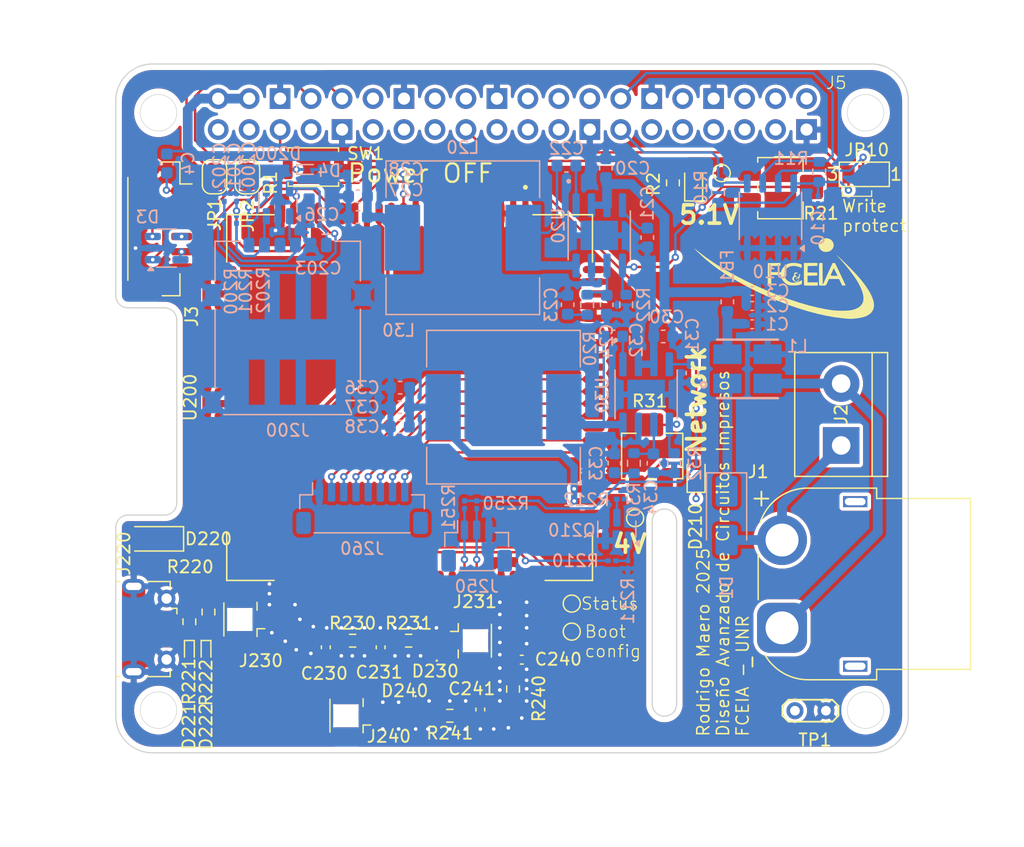
<source format=kicad_pcb>
(kicad_pcb (version 20241229) (generator "pcbnew") (generator_version "9.0")
  (layers (0 "F.Cu" signal) (2 "B.Cu" signal) (13 "F.Paste" user) (15 "B.Paste" user) (5 "F.SilkS" user "F.Silkscreen") (7 "B.SilkS" user "B.Silkscreen") (1 "F.Mask" user) (3 "B.Mask" user) (25 "Edge.Cuts" user))
  (net 0 "")
  (net 1 "GND")
  (net 2 "VCC_BATT")
  (net 3 "+5V")
  (net 4 "Net-(D1-A)")
  (net 5 "USIM_DATA")
  (net 6 "USIM_CLK")
  (net 7 "USIM_RST")
  (net 8 "USIM_VCC")
  (net 9 "Net-(U20-SS)")
  (net 10 "GPIO 3")
  (net 11 "UART0 RX")
  (net 12 "GPIO 13")
  (net 13 "UART0 TX")
  (net 14 "Net-(U20-BST)")
  (net 15 "Net-(U20-SW)")
  (net 16 "Net-(C23-Pad1)")
  (net 17 "Net-(U20-COMP)")
  (net 18 "Net-(C231-Pad1)")
  (net 19 "+5VP")
  (net 20 "Net-(C241-Pad1)")
  (net 21 "Net-(J200-RST)")
  (net 22 "Net-(J200-CLK)")
  (net 23 "GPIO 7")
  (net 24 "GPIO 10")
  (net 25 "GPIO 5")
  (net 26 "GPIO 6")
  (net 27 "GPIO 18")
  (net 28 "GPIO 16")
  (net 29 "GPIO 24")
  (net 30 "GPIO 8")
  (net 31 "GPIO 4")
  (net 32 "GPIO 9")
  (net 33 "GPIO 12")
  (net 34 "GPIO 11")
  (net 35 "GPIO 22")
  (net 36 "GPIO 19")
  (net 37 "GPIO 23")
  (net 38 "GPIO 27")
  (net 39 "Net-(J200-I{slash}O)")
  (net 40 "GPIO 25")
  (net 41 "GPIO 21")
  (net 42 "GPIO 20")
  (net 43 "GPIO 26")
  (net 44 "GPIO 17")
  (net 45 "GPIO 2")
  (net 46 "AUX_ANT")
  (net 47 "MAIN_ANT")
  (net 48 "Net-(U30-SS)")
  (net 49 "Net-(U30-SW)")
  (net 50 "Net-(U30-BST)")
  (net 51 "Net-(U30-COMP)")
  (net 52 "+4V")
  (net 53 "Net-(U30-FB)")
  (net 54 "TX_PX")
  (net 55 "RX_PX")
  (net 56 "I2C_SCL")
  (net 57 "Net-(D210-K)")
  (net 58 "VBUS")
  (net 59 "USB_D+")
  (net 60 "Net-(C1-Pad1)")
  (net 61 "Net-(D230-A2)")
  (net 62 "Net-(D240-A2)")
  (net 64 "Net-(J220-VBUS)")
  (net 66 "GSM_UART_RTS")
  (net 67 "GSM_UART_DTR")
  (net 68 "GSM_UART_DCD")
  (net 69 "I2C_SDA")
  (net 70 "GSM_UART_RI")
  (net 71 "+3V3")
  (net 72 "+1V8")
  (net 73 "NET_LED")
  (net 74 "EEPROM_SDA")
  (net 75 "EEPROM_SCL")
  (net 76 "GSM_UART_CTS")
  (net 77 "GSM_UART_TX")
  (net 78 "GSM_UART_RX")
  (net 79 "Net-(JP10-C)")
  (net 80 "Net-(U20-FB)")
  (net 81 "Net-(Q210-B)")
  (net 82 "Net-(U200-BOOT_CFG0)")
  (net 83 "Net-(U200-STATUS)")
  (net 106 "GNSS_ANT")
  (net 125 "PX_I2C_SCL")
  (net 126 "PX_I2C_DA")
  (net 127 "Net-(C33-Pad1)")
  (net 128 "Net-(D2-K)")
  (net 129 "Net-(Q210-C)")
  (net 130 "Net-(D1-K)")
  (net 131 "Net-(D4-K)")
  (net 132 "Net-(J1-Pin_1)")
  (net 133 "USB_D-")
  (net 134 "Net-(D221-K)")
  (net 135 "Net-(D222-K)")
  (footprint "LED_SMD:LED_0603_1608Metric" (layer "F.Cu") (at 169.9 102 90)
    (property "Reference" "D2" (hide yes))
    (property "Value" "LED")
  )
  (footprint "Jumper:SolderJumper-2_P1.3mm_Bridged_RoundedPad1.0x1.5mm" (layer "F.Cu") (at 133.3 101.5 -90)
    (property "Reference" "JP2")
    (property "Value" "Jumper_2_Bridged")
  )
  (footprint "Resistor_SMD:R_0201_0603Metric" (layer "F.Cu") (at 125.8 133.5)
    (property "Reference" "R220")
    (property "Value" "0R")
  )
  (footprint "Resistor_SMD:R_0603_1608Metric" (layer "F.Cu") (at 128.532485 138 90)
    (property "Reference" "R221")
    (property "Value" "22R")
  )
  (footprint "Diode_SMD:D_0402_1005Metric" (layer "F.Cu") (at 147.0962 145.2 -90)
    (property "Reference" "D240")
    (property "Value" "SMAJ8.5CA")
  )
  (footprint "Capacitor_SMD:C_0402_1005Metric_Pad0.74x0.62mm_HandSolder" (layer "F.Cu") (at 139.724638 140.1 -90)
    (property "Reference" "C230")
    (property "Value" "C")
  )
  (footprint "LOGO" (layer "F.Cu") (at 177.2 110.1)
    (property "Reference" "G***" (hide yes))
    (property "Value" "LOGO" (hide yes))
  )
  (footprint "TestPoint:TestPoint_Pad_D1.0mm" (layer "F.Cu") (at 172.2 101.2)
    (property "Reference" "TP20" (hide yes))
    (property "Value" "TestPoint")
  )
  (footprint "Jumper:SolderJumper-2_P1.3mm_Bridged_RoundedPad1.0x1.5mm" (layer "F.Cu") (at 130.6 101.5 -90)
    (property "Reference" "JP1")
    (property "Value" "Jumper_2_Bridged")
  )
  (footprint "Resistor_SMD:R_0603_1608Metric" (layer "F.Cu") (at 130.1 137.2 90)
    (property "Reference" "R222")
    (property "Value" "22R")
  )
  (footprint "Diode_SMD:D_SOD-923" (layer "F.Cu") (at 129.9 140.4 -90)
    (property "Reference" "D222")
    (property "Value" "ESD9L5.0ST5G")
  )
  (footprint "Connector_USB:USB_Micro-B_Molex-105017-0001" (layer "F.Cu") (at 125.2 138.6 -90)
    (property "Reference" "J220")
    (property "Value" "USB_B_Micro")
  )
  (footprint "TestPoint:TestPoint_Pad_D1.0mm" (layer "F.Cu") (at 165.1 129.5)
    (property "Reference" "TP30" (hide yes))
    (property "Value" "TestPoint")
  )
  (footprint "Resistor_SMD:R_0603_1608Metric_Pad0.98x0.95mm_HandSolder" (layer "F.Cu") (at 141.924638 139.556433)
    (property "Reference" "R230")
    (property "Value" "0 R")
  )
  (footprint "Connector_Coaxial:U.FL_Hirose_U.FL-R-SMT-1_Vertical" (layer "F.Cu") (at 141.9 145.7125 180)
    (property "Reference" "J240")
    (property "Value" "Conn_Coaxial")
  )
  (footprint "TestPoint:TestPoint_2Pads_Pitch2.54mm_Drill0.8mm" (layer "F.Cu") (at 180.75 145.3 180)
    (property "Reference" "TP1")
    (property "Value" "TestPoint")
  )
  (footprint "Connector_JST:JST_GH_SM06B-GHS-TB_1x06-1MP_P1.25mm_Horizontal" (layer "F.Cu") (at 126.05 105.775 -90)
    (property "Reference" "J3")
    (property "Value" "J1_PX_Socket" (hide yes))
  )
  (footprint "Connector_Coaxial:U.FL_Hirose_U.FL-R-SMT-1_Vertical" (layer "F.Cu") (at 133.2 137.8125 180)
    (property "Reference" "J230")
    (property "Value" "Conn_Coaxial")
  )
  (footprint "Resistor_SMD:R_0603_1608Metric" (layer "F.Cu") (at 168.2 102 90)
    (property "Reference" "R2")
    (property "Value" "270R")
  )
  (footprint "Button_Switch_SMD:SW_Push_SPST_NO_Alps_SKRK" (layer "F.Cu") (at 138.7 100.7)
    (property "Reference" "SW1")
    (property "Value" "SW_Push")
  )
  (footprint "Capacitor_SMD:C_0402_1005Metric_Pad0.74x0.62mm_HandSolder" (layer "F.Cu") (at 152.4 145.2 90)
    (property "Reference" "C241")
    (property "Value" "C")
  )
  (footprint "Diode_SMD:D_SOD-923" (layer "F.Cu") (at 128.532485 140.4 -90)
    (property "Reference" "D221")
    (property "Value" "ESD9L5.0ST5G")
  )
  (footprint "Resistor_SMD:R_0201_0603Metric" (layer "F.Cu") (at 135.2 100.4 -90)
    (property "Reference" "R1")
    (property "Value" "270R")
  )
  (footprint "TestPoint:TestPoint_Pad_D1.0mm" (layer "F.Cu") (at 159.9 138.8125)
    (property "Reference" "TP200" (hide yes))
    (property "Value" "TestPoint")
  )
  (footprint "SIM7600:XCVR_SIM7600E" (layer "F.Cu") (at 146.6 119.6125 -90)
    (property "Reference" "U200")
    (property "Value" "SIM7600E")
  )
  (footprint "TestPoint:TestPoint_Pad_D1.0mm" (layer "F.Cu") (at 159.9 136.5125)
    (property "Reference" "TP201" (hide yes))
    (property "Value" "TestPoint")
  )
  (footprint "LED_SMD:LED_0603_1608Metric" (layer "F.Cu") (at 170.1 125.9 90)
    (property "Reference" "D210")
    (property "Value" "LED")
  )
  (footprint "HAT template:RPI_Hat_B+" (layer "F.Cu") (at 155 96.25)
    (property "Reference" "J5")
    (property "Value" "RPi_GPIO")
    (fp_line (start -32.5 -1) (end -32.5 15) (stroke (width 0.1)) (layer "Edge.Cuts"))
    (fp_line (start -32.5 34) (end -32.5 49.5) (stroke (width 0.1)) (layer "Edge.Cuts"))
    (fp_line (start -31.5 16) (end -28.5 16) (stroke (width 0.1)) (layer "Edge.Cuts"))
    (fp_line (start -31.5 33) (end -28.5 33) (stroke (width 0.1)) (layer "Edge.Cuts"))
    (fp_line (start -29.5 -4) (end 29.5 -4) (stroke (width 0.1)) (layer "Edge.Cuts"))
    (fp_line (start -29.5 52.5) (end 29.5 52.5) (stroke (width 0.1)) (layer "Edge.Cuts"))
    (fp_line (start -27.5 17) (end -27.5 32) (stroke (width 0.1)) (layer "Edge.Cuts"))
    (fp_line (start 11.5 33.5) (end 11.5 48.5) (stroke (width 0.1)) (layer "Edge.Cuts"))
    (fp_line (start 13.5 33.5) (end 13.5 48.5) (stroke (width 0.1)) (layer "Edge.Cuts"))
    (fp_line (start 32.5 -1) (end 32.5 49.5) (stroke (width 0.1)) (layer "Edge.Cuts"))
    (fp_arc (start -32.5 -1) (mid -31.62132 -3.12132) (end -29.5 -4) (stroke (width 0.1)) (layer "Edge.Cuts"))
    (fp_arc (start -32.5 34) (mid -32.207107 33.292893) (end -31.5 33) (stroke (width 0.1)) (layer "Edge.Cuts"))
    (fp_arc (start -31.5 16) (mid -32.207107 15.707107) (end -32.5 15) (stroke (width 0.1)) (layer "Edge.Cuts"))
    (fp_arc (start -29.5 52.5) (mid -31.62132 51.62132) (end -32.5 49.5) (stroke (width 0.1)) (layer "Edge.Cuts"))
    (fp_arc (start -28.5 16) (mid -27.792893 16.292893) (end -27.5 17) (stroke (width 0.1)) (layer "Edge.Cuts"))
    (fp_arc (start -27.5 32) (mid -27.792893 32.707107) (end -28.5 33) (stroke (width 0.1)) (layer "Edge.Cuts"))
    (fp_arc (start 11.5 33.5) (mid 12.5 32.5) (end 13.5 33.5) (stroke (width 0.1)) (layer "Edge.Cuts"))
    (fp_arc (start 13.5 48.5) (mid 12.5 49.5) (end 11.5 48.5) (stroke (width 0.1)) (layer "Edge.Cuts"))
    (fp_arc (start 29.5 -4) (mid 31.62132 -3.12132) (end 32.5 -1) (stroke (width 0.1)) (layer "Edge.Cuts"))
    (fp_arc (start 32.5 49.5) (mid 31.62132 51.62132) (end 29.5 52.5) (stroke (width 0.1)) (layer "Edge.Cuts"))
    (fp_circle (center -29 0) (end -30.500001 -0.000001) (stroke (width 0.05)) (fill no) (layer "Edge.Cuts"))
    (fp_circle (center -29 49) (end -30.500001 49.000001) (stroke (width 0.05)) (fill no) (layer "Edge.Cuts"))
    (fp_circle (center 29 0) (end 30.500001 -0.000001) (stroke (width 0.05)) (fill no) (layer "Edge.Cuts"))
    (fp_circle (center 29 49) (end 30.500001 49.000001) (stroke (width 0.05)) (fill no) (layer "Edge.Cuts"))
  )
  (footprint "Potentiometer_SMD:Potentiometer_Bourns_3214X_Vertical" (layer "F.Cu") (at 177.015427 102.335603 90)
    (property "Reference" "R21")
    (property "Value" "200k")
  )
  (footprint "Resistor_SMD:R_0603_1608Metric_Pad0.98x0.95mm_HandSolder" (layer "F.Cu") (at 149.9 145.7125 180)
    (property "Reference" "R241")
    (property "Value" "0 R")
  )
  (footprint "Connector_AMASS:AMASS_XT60PW-F_1x02_P7.20mm_Horizontal" (layer "F.Cu") (at 177.15 138.5 -90)
    (property "Reference" "J1")
    (property "Value" "Conn_01x02_Socket" (hide yes))
  )
  (footprint "Diode_SMD:D_SOD-123" (layer "F.Cu") (at 125.7 131.2 180)
    (property "Reference" "D220")
    (property "Value" "MMSZ5231BT1G")
  )
  (footprint "Resistor_SMD:R_0603_1608Metric_Pad0.98x0.95mm_HandSolder" (layer "F.Cu") (at 155.08634 143.5235 -90)
    (property "Reference" "R240")
    (property "Value" "0 R")
  )
  (footprint "Resistor_SMD:R_0603_1608Metric_Pad0.98x0.95mm_HandSolder" (layer "F.Cu") (at 146.524638 139.556433)
    (property "Reference" "R231")
    (property "Value" "0 R")
  )
  (footprint "Jumper:SolderJumper-3_P1.3mm_Open_Pad1.0x1.5mm_NumberLabels" (layer "F.Cu") (at 183.9 101.3 180)
    (property "Reference" "JP10")
    (property "Value" "SolderJumper_3_Open")
  )
  (footprint "Capacitor_SMD:C_0402_1005Metric_Pad0.74x0.62mm_HandSolder" (layer "F.Cu") (at 155.8 141.1125)
    (property "Reference" "C240")
    (property "Value" "C")
  )
  (footprint "Diode_SMD:D_0402_1005Metric" (layer "F.Cu") (at 148.824638 140.1 90)
    (property "Reference" "D230")
    (property "Value" "SMAJ8.5CA")
  )
  (footprint "Capacitor_SMD:C_0402_1005Metric_Pad0.74x0.62mm_HandSolder" (layer "F.Cu") (at 144.224638 140.1 -90)
    (property "Reference" "C231")
    (property "Value" "C")
  )
  (footprint "Connector_Coaxial:U.FL_Hirose_U.FL-R-SMT-1_Vertical" (layer "F.Cu") (at 151.474638 139.556433)
    (property "Reference" "J231")
    (property "Value" "Conn_Coaxial")
  )
  (footprint "Potentiometer_SMD:Potentiometer_Bourns_3214X_Vertical" (layer "F.Cu") (at 166.4 124.4 180)
    (property "Reference" "R31")
    (property "Value" "200k")
  )
  (footprint "TerminalBlock:TerminalBlock_bornier-2_P5.08mm" (layer "F.Cu") (at 182 123.54 90)
    (property "Reference" "J2")
    (property "Value" "Screw_Terminal_01x02" (hide yes))
  )
  (footprint "Resistor_SMD:R_0201_0603Metric" (layer "B.Cu") (at 132.4 105 -90)
    (property "Reference" "R201")
    (property "Value" "22R")
  )
  (footprint "regulador BUCK:SOIC127P600X170-9N" (layer "B.Cu") (at 166 119.355 -90)
    (property "Reference" "U30")
    (property "Value" "AP64501SP-13")
  )
  (footprint "Capacitor_SMD:C_0402_1005Metric" (layer "B.Cu") (at 174.7 110.870329)
    (property "Reference" "C3")
    (property "Value" "100 uF 16V")
  )
  (footprint "Capacitor_SMD:C_0603_1608Metric" (layer "B.Cu") (at 169.8 117.6 -90)
    (property "Reference" "C31")
    (property "Value" "10 nF")
  )
  (footprint "Capacitor_SMD:C_0603_1608Metric" (layer "B.Cu") (at 166.1 106.485 -90)
    (property "Reference" "C21")
    (property "Value" "10 nF")
  )
  (footprint "Capacitor_SMD:C_0603_1608Metric" (layer "B.Cu") (at 145.825 118.8 180)
    (property "Reference" "C36")
    (property "Value" "22 uF")
  )
  (footprint "Resistor_SMD:R_0603_1608Metric" (layer "B.Cu") (at 168.3 125 -90)
    (property "Reference" "R32")
    (property "Value" "22.1 k")
  )
  (footprint "Package_TO_SOT_SMD:SOT-23" (layer "B.Cu") (at 163.6 130.4 90)
    (property "Reference" "Q210")
    (property "Value" "Q_NPN")
  )
  (footprint "Inductor_SMD:L_12x12mm_H8mm" (layer "B.Cu") (at 150.965 106.5 180)
    (property "Reference" "L20")
    (property "Value" "3.6uH")
  )
  (footprint "Capacitor_SMD:C_0603_1608Metric" (layer "B.Cu") (at 145.8 120.4 180)
    (property "Reference" "C37")
    (property "Value" "22 uF")
  )
  (footprint "Package_TO_SOT_SMD:SOT-23-5" (layer "B.Cu") (at 135.8 103.6 90)
    (property "Reference" "D200")
    (property "Value" "ESDS304")
  )
  (footprint "Capacitor_SMD:C_0603_1608Metric" (layer "B.Cu") (at 159.465 100.6 180)
    (property "Reference" "C22")
    (property "Value" "100nF")
  )
  (footprint "Capacitor_SMD:C_0603_1608Metric" (layer "B.Cu") (at 163.4 125 90)
    (property "Reference" "C33")
    (property "Value" "2.7 nF")
  )
  (footprint "Resistor_SMD:R_0201_0603Metric" (layer "B.Cu") (at 163.9 127.937073 180)
    (property "Reference" "R212")
    (property "Value" "300R")
  )
  (footprint "Resistor_SMD:R_0603_1608Metric" (layer "B.Cu") (at 161.165 112 -90)
    (property "Reference" "R20")
    (property "Value" "15.8 k")
  )
  (footprint "Resistor_SMD:R_0201_0603Metric" (layer "B.Cu") (at 151.1 128.4 -90)
    (property "Reference" "R251")
    (property "Value" "2.2 k")
  )
  (footprint "Capacitor_SMD:C_0402_1005Metric" (layer "B.Cu") (at 174.7 112.1)
    (property "Reference" "C2")
    (property "Value" "100 nF")
  )
  (footprint "regulador BUCK:SOIC127P600X170-9N" (layer "B.Cu") (at 162.155 106.31 -90)
    (property "Reference" "U20")
    (property "Value" "AP64501SP-13" (hide yes))
  )
  (footprint "Capacitor_SMD:C_0402_1005Metric" (layer "B.Cu") (at 174.7 113.6)
    (property "Reference" "C1")
    (property "Value" "100 nF")
  )
  (footprint "Package_TO_SOT_SMD:SOT-23-5" (layer "B.Cu") (at 126.666293 107.350279)
    (property "Reference" "D3")
    (property "Value" "ESDS304")
  )
  (footprint "Capacitor_SMD:C_0603_1608Metric" (layer "B.Cu") (at 142.365 103.1 180)
    (property "Reference" "C27")
    (property "Value" "22 uF")
  )
  (footprint "Resistor_SMD:R_0201_0603Metric" (layer "B.Cu") (at 163.2 133)
    (property "Reference" "R210")
    (property "Value" "10 k")
  )
  (footprint "Connector_JST:JST_SH_BM08B-SRSS-TB_1x08-1MP_P1.00mm_Vertical" (layer "B.Cu") (at 142.7 128.7)
    (property "Reference" "J260")
    (property "Value" "Conn_01x08_Socket")
  )
  (footprint "Capacitor_SMD:C_0603_1608Metric" (layer "B.Cu") (at 163.3 114.6 180)
    (property "Reference" "C32")
    (property "Value" "100nF")
  )
  (footprint "Capacitor_SMD:C_0201_0603Metric" (layer "B.Cu") (at 132.4 103.2 90)
    (property "Reference" "C201")
    (property "Value" "22 pF")
  )
  (footprint "Resistor_SMD:R_0201_0603Metric" (layer "B.Cu") (at 133.4 105 -90)
    (property "Reference" "R202")
    (property "Value" "22R")
  )
  (footprint "Capacitor_SMD:C_0201_0603Metric" (layer "B.Cu") (at 180.1 103.4 -90)
    (property "Reference" "C10")
    (property "Value" "C")
  )
  (footprint "Package_SO:JEITA_SOIC-8_3.9x4.9mm_P1.27mm" (layer "B.Cu") (at 176.2 104.7 90)
    (property "Reference" "U10")
    (property "Value" "CAT24C128")
  )
  (footprint "Capacitor_SMD:C_0603_1608Metric" (layer "B.Cu") (at 159.565 112 90)
    (property "Reference" "C23")
    (property "Value" "2.7 nF")
  )
  (footprint "Capacitor_SMD:C_0603_1608Metric" (layer "B.Cu") (at 142.365 101.4 180)
    (property "Reference" "C28")
    (property "Value" "22 uF")
  )
  (footprint "Connector_Card:nanoSIM_GCT_SIM8060-6-0-14-00" (layer "B.Cu") (at 136.6 113.9 180)
    (property "Reference" "J200")
    (property "Value" "SIM_Card_Shielded")
  )
  (footprint "Resistor_SMD:R_0201_0603Metric" (layer "B.Cu") (at 164.5 133.3 90)
    (property "Reference" "R211")
    (property "Value" "10 k")
  )
  (footprint "Capacitor_SMD:C_0603_1608Metric" (layer "B.Cu") (at 142.365 104.8 180)
    (property "Reference" "C26")
    (property "Value" "22 uF")
  )
  (footprint "Resistor_SMD:R_0603_1608Metric" (layer "B.Cu") (at 165 125 -90)
    (property "Reference" "R30")
    (property "Value" "15.8 k")
  )
  (footprint "Resistor_SMD:R_0201_0603Metric" (layer "B.Cu") (at 152.1 128.4 -90)
    (property "Reference" "R250")
    (property "Value" "2.2 k")
  )
  (footprint "Capacitor_SMD:C_0201_0603Metric" (layer "B.Cu") (at 131.4 103.2 90)
    (property "Reference" "C202")
    (property "Value" "22 pF")
  )
  (footprint "Capacitor_SMD:C_0603_1608Metric" (layer "B.Cu") (at 167.4 114.6)
    (property "Reference" "C30")
    (property "Value" "10 uF")
  )
  (footprint "Capacitor_SMD:C_0603_1608Metric" (layer "B.Cu") (at 145.8 122 180)
    (property "Reference" "C38")
    (property "Value" "22 uF")
  )
  (footprint "Common mode CHOKE:FIL_SRF0504-191Y" (layer "B.Cu") (at 174.312958 117.257829)
    (property "Reference" "L1")
    (property "Value" "SRF0504-191Y")
  )
  (footprint "Inductor_SMD:L_12x12mm_H8mm" (layer "B.Cu") (at 154.3 120.4 180)
    (property "Reference" "L30")
    (property "Value" "3.6uH")
  )
  (footprint "Capacitor_SMD:C_0201_0603Metric" (layer "B.Cu") (at 133.4 103.2 90)
    (property "Reference" "C200")
    (property "Value" "22 pF")
  )
  (footprint "Capacitor_SMD:C_0603_1608Metric" (layer "B.Cu") (at 162.7 100.8 90)
    (property "Reference" "C20")
    (property "Value" "10 uF")
  )
  (footprint "Resistor_SMD:R_0603_1608Metric" (layer "B.Cu") (at 180.2 101.1 90)
    (property "Reference" "R11")
    (property "Value" "1 k")
  )
  (footprint "Resistor_SMD:R_0603_1608Metric" (layer "B.Cu") (at 164.365 112 -90)
    (property "Reference" "R22")
    (property "Value" "22.1 k")
  )
  (footprint "Diode_SMD:D_SMA" (layer "B.Cu") (at 172.6 129.3 -90)
    (property "Reference" "D1")
    (property "Value" "D")
  )
  (footprint "Connector_JST:JST_SH_BM03B-SRSS-TB_1x03-1MP_P1.00mm_Vertical" (layer "B.Cu") (at 152.1 131.8)
    (property "Reference" "J250")
    (property "Value" "Conn_01x03_Socket")
  )
  (footprint "Diode_SMD:D_SOD-923" (layer "B.Cu") (at 138.2 100.9)
    (property "Reference" "D4")
    (property "Value" "MMSZ5231BT1G")
  )
  (footprint "Inductor_SMD:L_0603_1608Metric" (layer "B.Cu") (at 172.664662 111.761221 90)
    (property "Reference" "FB1")
    (property "Value" "MPZ1608S300ATAH0")
  )
  (footprint "Capacitor_SMD:C_0201_0603Metric" (layer "B.Cu") (at 138.9 105.5 180)
    (property "Reference" "C203")
    (property "Value" "100 nF")
  )
  (footprint "Resistor_SMD:R_0201_0603Metric" (layer "B.Cu") (at 131.4 105 -90)
    (property "Reference" "R200")
    (property "Value" "22R")
  )
  (footprint "Capacitor_SMD:C_0603_1608Metric" (layer "B.Cu") (at 162.765 112 -90)
    (property "Reference" "C24")
    (property "Value" "33 pF")
  )
  (footprint "Resistor_SMD:R_0603_1608Metric" (layer "B.Cu") (at 171.9 102.8 90)
    (property "Reference" "R10")
    (property "Value" "1 k")
  )
  (footprint "Capacitor_SMD:C_0603_1608Metric" (layer "B.Cu") (at 126.675 100.4 -90)
    (property "Reference" "C4")
    (property "Value" "100pF" (hide yes))
  )
  (footprint "Capacitor_SMD:C_0603_1608Metric" (layer "B.Cu") (at 166.6 125 -90)
    (property "Reference" "C34")
    (property "Value" "33 pF")
  )
  (gr_line (start 184.5 103.1) (end 184.5 102.65) (stroke (width 0.1)) (layer "F.SilkS"))
  (gr_line (start 182.1 103.1) (end 184.5 103.1) (stroke (width 0.1)) (layer "F.SilkS"))
  (gr_line (start 182.1 103.1) (end 182.1 102.7) (stroke (width 0.1)) (layer "F.SilkS"))
  (gr_text "Network" (at 171 124.4 90) (layer "F.SilkS") (effects (font (size 1.5 1.5) (thickness 0.3) (bold yes)) (justify left bottom)))
  (gr_text "Write\nprotect" (at 182 106.1 0) (layer "F.SilkS") (effects (font (size 1 1) (thickness 0.125)) (justify left bottom)))
  (gr_text "Status" (at 160.6 137.1 0) (layer "F.SilkS") (effects (font (size 1 1) (thickness 0.1)) (justify left bottom)))
  (gr_text "5.1V" (at 168.55 105.5 0) (layer "F.SilkS") (effects (font (size 1.5 1.5) (thickness 0.3) (bold yes)) (justify left bottom)))
  (gr_text "Rodrigo Maero 2025\nDiseño Avanzado de Circuitos Impresos\nFCEIA - UNR" (at 174.5 147.5 90) (layer "F.SilkS") (effects (font (size 1 1) (thickness 0.125)) (justify left bottom)))
  (gr_text "Boot\nconfig" (at 160.9 141 0) (layer "F.SilkS") (effects (font (size 1 1) (thickness 0.1)) (justify left bottom)))
  (gr_text "Power OFF" (at 141.4 102.1 0) (layer "F.SilkS") (effects (font (size 1.5 1.5) (thickness 0.1875)) (justify left bottom)))
  (gr_text "4V" (at 163.1 132.5 0) (layer "F.SilkS") (effects (font (size 1.5 1.5) (thickness 0.3) (bold yes)) (justify left bottom)))
  (segment (start 161.38 97.628) (end 161.442 97.628) (width 0.2) (layer "F.Cu") (net 1))
  (segment (start 161.38 97.62) (end 161.38 97.628) (width 0.2) (layer "F.Cu") (net 1))
  (via (at 141.9 140.8) (size 0.6) (drill 0.3) (layers "F.Cu" "B.Cu") (net 1))
  (via (at 156.2 136.4) (size 0.6) (drill 0.3) (layers "F.Cu" "B.Cu") (net 1))
  (via (at 154 142.9) (size 0.6) (drill 0.3) (layers "F.Cu" "B.Cu") (net 1))
  (via (at 147.5 138.5) (size 0.6) (drill 0.3) (layers "F.Cu" "B.Cu") (net 1))
  (via (at 145.4 138.5) (size 0.6) (drill 0.3) (layers "F.Cu" "B.Cu") (net 1))
  (via (at 151.2 144.5) (size 0.6) (drill 0.3) (layers "F.Cu" "B.Cu") (net 1))
  (via (at 156.2 138.5) (size 0.6) (drill 0.3) (layers "F.Cu" "B.Cu") (net 1))
  (via (at 141.9 138.5) (size 0.6) (drill 0.3) (layers "F.Cu" "B.Cu") (net 1))
  (via (at 137.6 137.8) (size 0.6) (drill 0.3) (layers "F.Cu" "B.Cu") (net 1))
  (via (at 148.8 138.5) (size 0.6) (drill 0.3) (layers "F.Cu" "B.Cu") (net 1))
  (via (at 156.2 143.5) (size 0.6) (drill 0.3) (layers "F.Cu" "B.Cu") (net 1))
  (via (at 139.8 138.5) (size 0.6) (drill 0.3) (layers "F.Cu" "B.Cu") (net 1))
  (via (at 135.1 134.9) (size 0.6) (drill 0.3) (layers "F.Cu" "B.Cu") (net 1))
  (via (at 144.2 138.5) (size 0.6) (drill 0.3) (layers "F.Cu" "B.Cu") (net 1))
  (via (at 142.9 138.5) (size 0.6) (drill 0.3) (layers "F.Cu" "B.Cu") (net 1))
  (via (at 156.2 139.8) (size 0.6) (drill 0.3) (layers "F.Cu" "B.Cu") (net 1))
  (via (at 135.3 138.9) (size 0.6) (drill 0.3) (layers "F.Cu" "B.Cu") (net 1))
  (via (at 145.7 144.6) (size 0.6) (drill 0.3) (layers "F.Cu" "B.Cu") (net 1))
  (via (at 146.5 138.5) (size 0.6) (drill 0.3) (layers "F.Cu" "B.Cu") (net 1))
  (via (at 135.6 105.9) (size 0.6) (drill 0.3) (layers "F.Cu" "B.Cu") (net 1))
  (via (at 154 138.5) (size 0.6) (drill 0.3) (layers "F.Cu" "B.Cu") (net 1))
  (via (at 135.1 135.7) (size 0.6) (drill 0.3) (layers "F.Cu" "B.Cu") (net 1))
  (via (at 156.2 141.9) (size 0.6) (drill 0.3) (layers "F.Cu" "B.Cu") (net 1))
  (via (at 147.5 140.8) (size 0.6) (drill 0.3) (layers "F.Cu" "B.Cu") (net 1))
  (via (at 152.4 146.8) (size 0.6) (drill 0.3) (layers "F.Cu" "B.Cu") (net 1))
  (via (at 154 143.6) (size 0.6) (drill 0.3) (layers "F.Cu" "B.Cu") (net 1))
  (via (at 149.9 144.5) (size 0.6) (drill 0.3) (layers "F.Cu" "B.Cu") (net 1))
  (via (at 146.5 140.8) (size 0.6) (drill 0.3) (layers "F.Cu" "B.Cu") (net 1))
  (via (at 145.7 146.8) (size 0.6) (drill 0.3) (layers "F.Cu" "B.Cu") (net 1))
  (via (at 154.7 146.7) (size 0.6) (drill 0.3) (layers "F.Cu" "B.Cu") (net 1))
  (via (at 156.2 144.5) (size 0.6) (drill 0.3) (layers "F.Cu" "B.Cu") (net 1))
  (via (at 138.5 140.6) (size 0.6) (drill 0.3) (layers "F.Cu" "B.Cu") (net 1))
  (via (at 151.2 146.8) (size 0.6) (drill 0.3) (layers "F.Cu" "B.Cu") (net 1))
  (via (at 145.4 140.8) (size 0.6) (drill 0.3) (layers "F.Cu" "B.Cu") (net 1))
  (via (at 137.2 136.6) (size 0.6) (drill 0.3) (layers "F.Cu" "B.Cu") (net 1))
  (via (at 135.1 136.6) (size 0.6) (drill 0.3) (layers "F.Cu" "B.Cu") (net 1))
  (via (at 142.9 140.8) (size 0.6) (drill 0.3) (layers "F.Cu" "B.Cu") (net 1))
  (via (at 137.3 140.3) (size 0.6) (drill 0.3) (layers "F.Cu" "B.Cu") (net 1))
  (via (at 141 138.5) (size 0.6) (drill 0.3) (layers "F.Cu" "B.Cu") (net 1))
  (via (at 148.1 146.8) (size 0.6) (drill 0.3) (layers "F.Cu" "B.Cu") (net 1))
  (via (at 156.2 142.8) (size 0.6) (drill 0.3) (layers "F.Cu" "B.Cu") (net 1))
  (via (at 154 141.8) (size 0.6) (drill 0.3) (layers "F.Cu" "B.Cu") (net 1))
  (via (at 124.116293 107.350279) (size 0.6) (drill 0.3) (layers "F.Cu" "B.Cu") (net 1))
  (via (at 149.9 146.8) (size 0.6) (drill 0.3) (layers "F.Cu" "B.Cu") (net 1))
  (via (at 154 137.4) (size 0.6) (drill 0.3) (layers "F.Cu" "B.Cu") (net 1))
  (via (at 147.1 146.8) (size 0.6) (drill 0.3) (layers "F.Cu" "B.Cu") (net 1))
  (via (at 141 140.8) (size 0.6) (drill 0.3) (layers "F.Cu" "B.Cu") (net 1))
  (via (at 153.5 146.8) (size 0.6) (drill 0.3) (layers "F.Cu" "B.Cu") (net 1))
  (via (at 154 136.4) (size 0.6) (drill 0.3) (layers "F.Cu" "B.Cu") (net 1))
  (via (at 138.7 138.4) (size 0.6) (drill 0.3) (layers "F.Cu" "B.Cu") (net 1))
  (via (at 156.2 137.5) (size 0.6) (drill 0.3) (layers "F.Cu" "B.Cu") (net 1))
  (via (at 154 139.7) (size 0.6) (drill 0.3) (layers "F.Cu" "B.Cu") (net 1))
  (via (at 148.2 144.5) (size 0.6) (drill 0.3) (layers "F.Cu" "B.Cu") (net 1))
  (via (at 154 140.7) (size 0.6) (drill 0.3) (layers "F.Cu" "B.Cu") (net 1))
  (via (at 136.4 139.6) (size 0.6) (drill 0.3) (layers "F.Cu" "B.Cu") (net 1))
  (via (at 154 144.5) (size 0.6) (drill 0.3) (layers "F.Cu" "B.Cu") (net 1))
  (via (at 155.8 145.9) (size 0.6) (drill 0.3) (layers "F.Cu" "B.Cu") (net 1))
  (via (at 144.4 144.6) (size 0.6) (drill 0.3) (layers "F.Cu" "B.Cu") (net 1))
  (via (at 144.4 146.8) (size 0.6) (drill 0.3) (layers "F.Cu" "B.Cu") (net 1))
  (segment (start 135.8 104.7375) (end 135.8 103.6) (width 0.2) (layer "B.Cu") (net 1))
  (segment (start 125.528793 107.350279) (end 124.116293 107.350279) (width 0.2) (layer "B.Cu") (net 1))
  (segment (start 162.79 103.835) (end 161.52 103.835) (width 0.6) (layer "B.Cu") (net 2))
  (segment (start 166.635 116.88) (end 165.365 116.88) (width 0.6) (layer "B.Cu") (net 2))
  (segment (start 162.7 101.575) (end 162.7 102.006503) (width 0.8) (layer "B.Cu") (net 2))
  (segment (start 164.8 102.1) (end 162.793497 102.1) (width 0.8) (layer "B.Cu") (net 2))
  (segment (start 166.625 116.87) (end 166.635 116.88) (width 0.6) (layer "B.Cu") (net 2))
  (segment (start 174.22 110.870329) (end 172.768054 110.870329) (width 0.8) (layer "B.Cu") (net 2))
  (segment (start 162.7 102.006503) (end 162.793497 102.1) (width 0.8) (layer "B.Cu") (net 2))
  (segment (start 162.793497 102.1) (end 162.793497 103.831503) (width 0.8) (layer "B.Cu") (net 2))
  (segment (start 167.499 112.901) (end 167.499 111) (width 0.8) (layer "B.Cu") (net 2))
  (segment (start 166.625 114.6) (end 166.625 116.87) (width 0.6) (layer "B.Cu") (net 2))
  (segment (start 166.625 114.6) (end 166.625 113.775) (width 0.8) (layer "B.Cu") (net 2))
  (segment (start 174.22 112.1) (end 174.22 110.870329) (width 0.8) (layer "B.Cu") (net 2))
  (segment (start 167.499 108.473207) (end 167.499 104.799) (width 0.8) (layer "B.Cu") (net 2))
  (segment (start 172.768054 110.870329) (end 172.664662 110.973721) (width 0.8) (layer "B.Cu") (net 2))
  (segment (start 162.793497 103.831503) (end 162.79 103.835) (width 0.8) (layer "B.Cu") (net 2))
  (segment (start 167.499 111) (end 167.499 108.473207) (width 0.8) (layer "B.Cu") (net 2))
  (segment (start 167.499 104.799) (end 164.8 102.1) (width 0.8) (layer "B.Cu") (net 2))
  (segment (start 172.664662 110.973721) (end 167.525279 110.973721) (width 0.8) (layer "B.Cu") (net 2))
  (segment (start 166.625 113.775) (end 167.499 112.901) (width 0.8) (layer "B.Cu") (net 2))
  (segment (start 167.525279 110.973721) (end 167.499 111) (width 0.8) (layer "B.Cu") (net 2))
  (segment (start 143.415 100.2) (end 143.115 99.9) (width 0.2) (layer "F.Cu") (net 3))
  (segment (start 174.465427 101.185603) (end 172.214397 101.185603) (width 0.2) (layer "F.Cu") (net 3))
  (segment (start 172.2 101.2) (end 169.9125 101.2) (width 0.2) (layer "F.Cu") (net 3))
  (segment (start 168.8875 100.2) (end 143.415 100.2) (width 0.2) (layer "F.Cu") (net 3))
  (segment (start 172.214397 101.185603) (end 172.2 101.2) (width 0.2) (layer "F.Cu") (net 3))
  (segment (start 130.9 95.088) (end 130.822 95.088) (width 1.1) (layer "F.Cu") (net 3))
  (segment (start 169.9 101.2125) (end 168.8875 100.2) (width 0.2) (layer "F.Cu") (net 3))
  (segment (start 169.9125 101.2) (end 169.9 101.2125) (width 0.2) (layer "F.Cu") (net 3))
  (via (at 143.115 99.9) (size 0.6) (drill 0.3) (layers "F.Cu" "B.Cu") (net 3))
  (segment (start 128.4 99.1) (end 128.4 96) (width 0.8) (layer "B.Cu") (net 3))
  (segment (start 128.1 99.4) (end 128.4 99.1) (width 0.2) (layer "B.Cu") (net 3))
  (segment (start 128.7 99.4) (end 128.4 99.1) (width 0.8) (layer "B.Cu") (net 3))
  (segment (start 129.1 99.8) (end 143.015 99.8) (width 0.8) (layer "B.Cu") (net 3))
  (segment (start 128.4 96) (end 129.312 95.088) (width 0.8) (layer "B.Cu") (net 3))
  (segment (start 130.9 95.088) (end 133.44 95.088) (width 0.8) (layer "B.Cu") (net 3))
  (segment (start 143.14 103.1) (end 143.14 104.8) (width 0.7) (layer "B.Cu") (net 3))
  (segment (start 126.675 99.625) (end 126.9 99.4) (width 0.2) (layer "B.Cu") (net 3))
  (segment (start 129.312 95.088) (end 130.9 95.088) (width 0.8) (layer "B.Cu") (net 3))
  (segment (start 126.9 99.4) (end 128.1 99.4) (width 0.2) (layer "B.Cu") (net 3))
  (segment (start 143.115 99.9) (end 143.115 103.3) (width 0.8) (layer "B.Cu") (net 3))
  (segment (start 128.7 99.4) (end 129.1 99.8) (width 0.8) (layer "B.Cu") (net 3))
  (segment (start 143.14 104.8) (end 144.315 104.8) (width 0.7) (layer "B.Cu") (net 3))
  (segment (start 143.015 99.8) (end 143.115 99.9) (width 0.8) (layer "B.Cu") (net 3))
  (segment (start 144.315 104.8) (end 146.015 106.5) (width 0.7) (layer "B.Cu") (net 3))
  (segment (start 128.1 99.4) (end 128.7 99.4) (width 0.2) (layer "B.Cu") (net 3))
  (segment (start 177.15 128.39) (end 177.15 131.3) (width 0.8) (layer "B.Cu") (net 4))
  (segment (start 182 123.54) (end 177.15 128.39) (width 0.8) (layer "B.Cu") (net 4))
  (segment (start 177.15 131.3) (end 172.6 131.3) (width 0.8) (layer "B.Cu") (net 4))
  (segment (start 134.4 104) (end 135.9 102.5) (width 0.2) (layer "F.Cu") (net 5))
  (segment (start 133.4 104) (end 134.4 104) (width 0.2) (layer "F.Cu") (net 5))
  (segment (start 135.9 102.5) (end 138.6875 102.5) (width 0.2) (layer "F.Cu") (net 5))
  (segment (start 138.6875 102.5) (end 140.1 103.9125) (width 0.2) (layer "F.Cu") (net 5))
  (segment (start 140.1 103.9125) (end 140.1 104.5125) (width 0.2) (layer "F.Cu") (net 5))
  (via (at 133.4 104) (size 0.6) (drill 0.3) (layers "F.Cu" "B.Cu") (net 5))
  (segment (start 133.4 104) (end 133.4 103.52) (width 0.2) (layer "B.Cu") (net 5))
  (segment (start 133.4 104.68) (end 133.4 104) (width 0.2) (layer "B.Cu") (net 5))
  (segment (start 132.4 106.7) (end 132.4 104.3) (width 0.2) (layer "F.Cu") (net 6))
  (segment (start 138.1 104.5125) (end 138.1 107) (width 0.2) (layer "F.Cu") (net 6))
  (segment (start 138.1 107) (end 137.5 107.6) (width 0.2) (layer "F.Cu") (net 6))
  (segment (start 133.3 107.6) (end 132.4 106.7) (width 0.2) (layer "F.Cu") (net 6))
  (segment (start 137.5 107.6) (end 133.3 107.6) (width 0.2) (layer "F.Cu") (net 6))
  (via (at 132.4 104.3) (size 0.6) (drill 0.3) (layers "F.Cu" "B.Cu") (net 6))
  (segment (start 132.4 104.3) (end 132.4 104.68) (width 0.2) (layer "B.Cu") (net 6))
  (segment (start 132.4 103.52) (end 132.4 104.3) (width 0.2) (layer "B.Cu") (net 6))
  (segment (start 140.142024 106.154524) (end 139.1 105.1125) (width 0.2) (layer "F.Cu") (net 7))
  (segment (start 139.1 105.1125) (end 139.1 104.5125) (width 0.2) (layer "F.Cu") (net 7))
  (segment (start 140.445875 106.154524) (end 140.142024 106.154524) (width 0.2) (layer "F.Cu") (net 7))
  (via (at 140.445875 106.154524) (size 0.6) (drill 0.3) (layers "F.Cu" "B.Cu") (net 7))
  (segment (start 131.4 104.68) (end 131.200001 104.68) (width 0.2) (layer "B.Cu") (net 7))
  (segment (start 139.41711 108.803) (end 140.521 107.69911) (width 0.2) (layer "B.Cu") (net 7))
  (segment (start 131.4 104.68) (end 131.4 104.2) (width 0.2) (layer "B.Cu") (net 7))
  (segment (start 140.521 106.229649) (end 140.445875 106.154524) (width 0.2) (layer "B.Cu") (net 7))
  (segment (start 130.899 104.981001) (end 130.899 107.06331) (width 0.2) (layer "B.Cu") (net 7))
  (segment (start 131.200001 104.68) (end 130.899 104.981001) (width 0.2) (layer "B.Cu") (net 7))
  (segment (start 130.899 107.06331) (end 132.63869 108.803) (width 0.2) (layer "B.Cu") (net 7))
  (segment (start 131.4 104.2) (end 131.4 103.52) (width 0.2) (layer "B.Cu") (net 7))
  (segment (start 132.63869 108.803) (end 139.41711 108.803) (width 0.2) (layer "B.Cu") (net 7))
  (segment (start 140.521 107.69911) (end 140.521 106.229649) (width 0.2) (layer "B.Cu") (net 7))
  (segment (start 137.3 103.5) (end 137.1 103.7) (width 0.2) (layer "F.Cu") (net 8))
  (segment (start 137.3 103.1) (end 137.3 103.5) (width 0.2) (layer "F.Cu") (net 8))
  (segment (start 137.1 103.7) (end 137.1 104.5125) (width 0.2) (layer "F.Cu") (net 8))
  (via (at 137.3 103.1) (size 0.6) (drill 0.3) (layers "F.Cu" "B.Cu") (net 8))
  (segment (start 136.75 102.4625) (end 137.4 102.4625) (width 0.2) (layer "B.Cu") (net 8))
  (segment (start 139.22 102.72) (end 139.22 105.5) (width 0.2) (layer "B.Cu") (net 8))
  (segment (start 137.3 102.5625) (end 137.4 102.4625) (width 0.2) (layer "B.Cu") (net 8))
  (segment (start 137.4 102.4625) (end 138.9625 102.4625) (width 0.2) (layer "B.Cu") (net 8))
  (segment (start 138.9625 102.4625) (end 139.22 102.72) (width 0.2) (layer "B.Cu") (net 8))
  (segment (start 139.77 106.05) (end 139.77 107.1) (width 0.2) (layer "B.Cu") (net 8))
  (segment (start 137.3 103.1) (end 137.3 102.5625) (width 0.2) (layer "B.Cu") (net 8))
  (segment (start 139.22 105.5) (end 139.77 106.05) (width 0.2) (layer "B.Cu") (net 8))
  (segment (start 164.06 104.345) (end 164.06 103.835) (width 0.2) (layer "B.Cu") (net 9))
  (segment (start 166.1 105.71) (end 165.425 105.71) (width 0.2) (layer "B.Cu") (net 9))
  (segment (start 165.425 105.71) (end 164.06 104.345) (width 0.2) (layer "B.Cu") (net 9))
  (segment (start 135.98 99.3) (end 135.2 100.08) (width 0.2) (layer "F.Cu") (net 10))
  (segment (start 135.95 97.658) (end 135.98 97.628) (width 0.2) (layer "F.Cu") (net 10))
  (segment (start 135.98 97.628) (end 135.98 99.3) (width 0.2) (layer "F.Cu") (net 10))
  (segment (start 141.06 95.088) (end 138.872 92.9) (width 0.2) (layer "F.Cu") (net 11))
  (segment (start 128.3 94.7) (end 128.3 99) (width 0.2) (layer "F.Cu") (net 11))
  (segment (start 128.3 99) (end 130.15 100.85) (width 0.2) (layer "F.Cu") (net 11))
  (segment (start 138.872 92.9) (end 130.1 92.9) (width 0.2) (layer "F.Cu") (net 11))
  (segment (start 130.1 92.9) (end 128.3 94.7) (width 0.2) (layer "F.Cu") (net 11))
  (segment (start 130.15 100.85) (end 130.6 100.85) (width 0.2) (layer "F.Cu") (net 11))
  (segment (start 130.4 93.5) (end 129.001 94.899) (width 0.2) (layer "F.Cu") (net 13))
  (segment (start 133.3 100.2) (end 133.3 100.85) (width 0.2) (layer "F.Cu") (net 13))
  (segment (start 132.9 99.8) (end 133.3 100.2) (width 0.2) (layer "F.Cu") (net 13))
  (segment (start 129.001 94.899) (end 129.001 98.501) (width 0.2) (layer "F.Cu") (net 13))
  (segment (start 138.52 95.088) (end 136.932 93.5) (width 0.2) (layer "F.Cu") (net 13))
  (segment (start 129.001 98.501) (end 130.3 99.8) (width 0.2) (layer "F.Cu") (net 13))
  (segment (start 130.3 99.8) (end 132.9 99.8) (width 0.2) (layer "F.Cu") (net 13))
  (segment (start 136.932 93.5) (end 130.4 93.5) (width 0.2) (layer "F.Cu") (net 13))
  (segment (start 160.25 103.835) (end 160.25 100.61) (width 0.2) (layer "B.Cu") (net 14))
  (segment (start 158.765 108.785) (end 156.1 108.785) (width 0.7) (layer "B.Cu") (net 15))
  (segment (start 160.25 108.785) (end 158.765 108.785) (width 0.7) (layer "B.Cu") (net 15))
  (segment (start 158.69 105.375) (end 158.69 100.6) (width 0.2) (layer "B.Cu") (net 15))
  (segment (start 157.965 106.1) (end 158.69 105.375) (width 0.2) (layer "B.Cu") (net 15))
  (segment (start 157.065 106.1) (end 157.965 106.1) (width 0.2) (layer "B.Cu") (net 15))
  (segment (start 161.165 112.825) (end 159.615 112.825) (width 0.2) (layer "B.Cu") (net 16))
  (segment (start 159.615 112.825) (end 159.565 112.775) (width 0.2) (layer "B.Cu") (net 16))
  (segment (start 162.765 110.975) (end 161.215 110.975) (width 0.2) (layer "B.Cu") (net 17))
  (segment (start 162.79 111.075) (end 162.79 108.785) (width 0.2) (layer "B.Cu") (net 17))
  (segment (start 145.612138 139.556433) (end 142.837138 139.556433) (width 0.65) (layer "F.Cu") (net 18))
  (segment (start 127.9 102.65) (end 126.7 102.65) (width 0.2) (layer "F.Cu") (net 19))
  (via (at 126.65 102.6) (size 0.6) (drill 0.3) (layers "F.Cu" "B.Cu") (net 19))
  (segment (start 126.675 102.575) (end 126.65 102.6) (width 0.2) (layer "B.Cu") (net 19))
  (segment (start 126.675 101.675) (end 126.675 102.575) (width 0.2) (layer "B.Cu") (net 19))
  (segment (start 153.96018 145.7235) (end 150.8125 145.7235) (width 0.65) (layer "F.Cu") (net 20))
  (arc (start 154.711 145.4125) (mid 154.366521 145.642674) (end 153.96018 145.7235) (width 0.65) (layer "F.Cu") (net 20))
  (arc (start 155.111 144.446815) (mid 155.007043 144.96944) (end 154.711 145.4125) (width 0.65) (layer "F.Cu") (net 20))
  (segment (start 136.75 106.62) (end 137.23 107.1) (width 0.2) (layer "B.Cu") (net 21))
  (segment (start 132.80479 108.402) (end 136.528 108.402) (width 0.2) (layer "B.Cu") (net 21))
  (segment (start 136.528 108.402) (end 137.23 107.7) (width 0.2) (layer "B.Cu") (net 21))
  (segment (start 137.23 107.7) (end 137.23 107.1) (width 0.2) (layer "B.Cu") (net 21))
  (segment (start 131.4 105.32) (end 131.4 106.99721) (width 0.2) (layer "B.Cu") (net 21))
  (segment (start 136.75 104.7375) (end 136.75 106.62) (width 0.2) (layer "B.Cu") (net 21))
  (segment (start 131.4 106.99721) (end 132.80479 108.402) (width 0.2) (layer "B.Cu") (net 21))
  (segment (start 134.69 107.18011) (end 133.86911 108.001) (width 0.2) (layer "B.Cu") (net 22))
  (segment (start 134.69 104.8975) (end 134.85 104.7375) (width 0.2) (layer "B.Cu") (net 22))
  (segment (start 134.69 107.1) (end 134.69 107.18011) (width 0.2) (layer "B.Cu") (net 22))
  (segment (start 133.86911 108.001) (end 132.97089 108.001) (width 0.2) (layer "B.Cu") (net 22))
  (segment (start 132.4 107.43011) (end 132.4 105.32) (width 0.2) (layer "B.Cu") (net 22))
  (segment (start 132.97089 108.001) (end 133.001 108.001) (width 0.2) (layer "B.Cu") (net 22))
  (segment (start 134.69 107.1) (end 134.69 104.8975) (width 0.2) (layer "B.Cu") (net 22))
  (segment (start 132.97089 108.001) (end 132.4 107.43011) (width 0.2) (layer "B.Cu") (net 22))
  (segment (start 133.42 107.1) (end 133.42 105.34) (width 0.2) (layer "B.Cu") (net 39))
  (segment (start 133.42 105.34) (end 133.4 105.32) (width 0.2) (layer "B.Cu") (net 39))
  (segment (start 133.599999 105.32) (end 134.1 104.819999) (width 0.2) (layer "B.Cu") (net 39))
  (segment (start 133.4 105.32) (end 133.599999 105.32) (width 0.2) (layer "B.Cu") (net 39))
  (segment (start 134.1 104.1) (end 134.85 103.35) (width 0.2) (layer "B.Cu") (net 39))
  (segment (start 134.1 104.819999) (end 134.1 104.1) (width 0.2) (layer "B.Cu") (net 39))
  (segment (start 134.85 103.35) (end 134.85 102.4625) (width 0.2) (layer "B.Cu") (net 39))
  (segment (start 155.1 134.7125) (end 155.1 142.59734) (width 0.65) (layer "F.Cu") (net 46))
  (segment (start 155.1 142.59734) (end 155.08634 142.611) (width 1) (layer "F.Cu") (net 46))
  (segment (start 141.012138 139.556433) (end 138.762199 139.556433) (width 0.65) (layer "F.Cu") (net 47))
  (segment (start 136.1 136.6675) (end 136.1 134.7125) (width 0.65) (layer "F.Cu") (net 47))
  (segment (start 136.317773 137.8125) (end 136.330273 137.8) (width 0.8) (layer "F.Cu") (net 47))
  (segment (start 134.25 137.8125) (end 136.317773 137.8125) (width 0.65) (layer "F.Cu") (net 47))
  (arc (start 139 139.5675) (mid 136.94939 138.71811) (end 136.1 136.6675) (width 0.65) (layer "F.Cu") (net 47))
  (segment (start 169.745 116.88) (end 169.8 116.825) (width 0.2) (layer "B.Cu") (net 48))
  (segment (start 167.905 116.88) (end 169.745 116.88) (width 0.2) (layer "B.Cu") (net 48))
  (segment (start 160.88 121.83) (end 159.75 120.7) (width 0.7) (layer "B.Cu") (net 49))
  (segment (start 162.525 121.805) (end 162.5 121.83) (width 0.2) (layer "B.Cu") (net 49))
  (segment (start 162.525 114.6) (end 162.525 121.805) (width 0.2) (layer "B.Cu") (net 49))
  (segment (start 162.5 121.83) (end 160.88 121.83) (width 0.6) (layer "B.Cu") (net 49))
  (segment (start 162.5 121.83) (end 164.095 121.83) (width 0.6) (layer "B.Cu") (net 49))
  (segment (start 164.095 114.62) (end 164.075 114.6) (width 0.2) (layer "B.Cu") (net 50))
  (segment (start 164.095 116.88) (end 164.095 114.62) (width 0.2) (layer "B.Cu") (net 50))
  (segment (start 164.05 116.925) (end 164.095 116.88) (width 0.2) (layer "B.Cu") (net 50))
  (segment (start 166.635 124.19) (end 166.6 124.225) (width 0.2) (layer "B.Cu") (net 51))
  (segment (start 166.6 124.225) (end 165.05 124.225) (width 0.2) (layer "B.Cu") (net 51))
  (segment (start 165.05 124.225) (end 165 124.175) (width 0.2) (layer "B.Cu") (net 51))
  (segment (start 166.635 121.83) (end 166.635 124.19) (width 0.2) (layer "B.Cu") (net 51))
  (segment (start 160.1125 127.1125) (end 160.1 127.1) (width 0.6) (layer "F.Cu") (net 52))
  (segment (start 165.2875 127.1125) (end 165.45 126.95) (width 0.2) (layer "F.Cu") (net 52))
  (segment (start 165.1 129.5) (end 165.1 127.1) (width 0.2) (layer "F.Cu") (net 52))
  (segment (start 167.2125 124.9875) (end 165.25 126.95) (width 0.2) (layer "F.Cu") (net 52))
  (segment (start 160.1 128.1) (end 160.1 127.1) (width 0.5) (layer "F.Cu") (net 52))
  (segment (start 161.7 128.1125) (end 160.1125 128.1125) (width 0.5) (layer "F.Cu") (net 52))
  (segment (start 170.4 124.9875) (end 167.2125 124.9875) (width 0.2) (layer "F.Cu") (net 52))
  (segment (start 161.7 127.1125) (end 160.1125 127.1125) (width 0.6) (layer "F.Cu") (net 52))
  (segment (start 161.5 127.1125) (end 165.0875 127.1125) (width 0.2) (layer "F.Cu") (net 52))
  (segment (start 160.1125 128.1125) (end 160.1 128.1) (width 0.5) (layer "F.Cu") (net 52))
  (segment (start 165.1 127.1) (end 165.25 126.95) (width 0.2) (layer "F.Cu") (net 52))
  (segment (start 161.7 128.1125) (end 161.7 127.1125) (width 0.6) (layer "F.Cu") (net 52))
  (via (at 160.1 128.1) (size 0.6) (drill 0.3) (layers "F.Cu" "B.Cu") (net 52))
  (via (at 160.1 127.1) (size 0.6) (drill 0.3) (layers "F.Cu" "B.Cu") (net 52))
  (segment (start 146.6 121.1) (end 146.6 118.9) (width 0.7) (layer "B.Cu") (net 52))
  (segment (start 151.5 124.2) (end 159 124.2) (width 0.6) (layer "B.Cu") (net 52))
  (segment (start 149.35 120.4) (end 149.35 122.05) (width 0.6) (layer "B.Cu") (net 52))
  (segment (start 146.6 118.9) (end 146.625 118.875) (width 0.7) (layer "B.Cu") (net 52))
  (segment (start 160.1 125.3) (end 160.1 127.1) (width 0.6) (layer "B.Cu") (net 52))
  (segment (start 146.6 122.075) (end 146.6 121.1) (width 0.7) (layer "B.Cu") (net 52))
  (segment (start 160.1 127.1) (end 160.1 128.1) (width 0.5) (layer "B.Cu") (net 52))
  (segment (start 146.575 120.4) (end 149.35 120.4) (width 0.6) (layer "B.Cu") (net 52))
  (segment (start 149.35 122.05) (end 151.5 124.2) (width 0.6) (layer "B.Cu") (net 52))
  (segment (start 159 124.2) (end 160.1 125.3) (width 0.6) (layer "B.Cu") (net 52))
  (segment (start 168.45 121.85) (end 168.5 121.8) (width 0.2) (layer "F.Cu") (net 53))
  (segment (start 166.4 121.85) (end 168.45 121.85) (width 0.2) (layer "F.Cu") (net 53))
  (via (at 168.5 121.8) (size 0.6) (drill 0.3) (layers "F.Cu" "B.Cu") (net 53))
  (segment (start 167.905 121.83) (end 167.905 123.78) (width 0.2) (layer "B.Cu") (net 53))
  (segment (start 168.05 122.25) (end 168 122.3) (width 0.2) (layer "B.Cu") (net 53))
  (segment (start 168.5 121.8) (end 167.935 121.8) (width 0.2) (layer "B.Cu") (net 53))
  (segment (start 167.905 123.78) (end 168.3 124.175) (width 0.2) (layer "B.Cu") (net 53))
  (segment (start 168 122.3) (end 167.905 122.205) (width 0.2) (layer "B.Cu") (net 53))
  (segment (start 167.905 122.205) (end 167.905 121.83) (width 0.2) (layer "B.Cu") (net 53))
  (segment (start 167.935 121.8) (end 167.905 121.83) (width 0.2) (layer "B.Cu") (net 53))
  (segment (start 168.475 124.175) (end 168.3 124.175) (width 0.2) (layer "B.Cu") (net 53))
  (segment (start 128.85 103.9) (end 130.6 102.15) (width 0.2) (layer "F.Cu") (net 54))
  (segment (start 127.9 103.9) (end 128.85 103.9) (width 0.2) (layer "F.Cu") (net 54))
  (segment (start 125.5 106.4) (end 125.5 104.7) (width 0.2) (layer "F.Cu") (net 54))
  (segment (start 126.3 103.9) (end 127.9 103.9) (width 0.2) (layer "F.Cu") (net 54))
  (segment (start 125.5 104.7) (end 126.3 103.9) (width 0.2) (layer "F.Cu") (net 54))
  (via (at 125.5 106.4) (size 0.6) (drill 0.3) (layers "F.Cu" "B.Cu") (net 54))
  (segment (start 125.500279 106.400279) (end 125.5 106.4) (width 0.2) (layer "B.Cu") (net 54))
  (segment (start 125.528793 106.400279) (end 125.500279 106.400279) (width 0.2) (layer "B.Cu") (net 54))
  (segment (start 126.4 105.800001) (end 126.4 107.429072) (width 0.2) (layer "F.Cu") (net 55))
  (segment (start 132.35 102.15) (end 133.3 102.15) (width 0.2) (layer "F.Cu") (net 55))
  (segment (start 127.050001 105.15) (end 126.4 105.800001) (width 0.2) (layer "F.Cu") (net 55))
  (segment (start 127.9 105.15) (end 129.35 105.15) (width 0.2) (layer "F.Cu") (net 55))
  (segment (start 126.4 107.429072) (end 125.528793 108.300279) (width 0.2) (layer "F.Cu") (net 55))
  (segment (start 129.35 105.15) (end 132.35 102.15) (width 0.2) (layer "F.Cu") (net 55))
  (segment (start 127.9 105.15) (end 127.050001 105.15) (width 0.2) (layer "F.Cu") (net 55))
  (via (at 125.528793 108.300279) (size 0.6) (drill 0.3) (layers "F.Cu" "B.Cu") (net 55))
  (segment (start 151.1 134.7125) (end 151.1 133.0125) (width 0.2) (layer "F.Cu") (net 56))
  (segment (start 151.1 133.0125) (end 151.1 132.9) (width 0.2) (layer "F.Cu") (net 56))
  (via (at 151.1 132.9) (size 0.6) (drill 0.3) (layers "F.Cu" "B.Cu") (net 56))
  (segment (start 151.1 132.9) (end 151.1 130.975) (width 0.2) (layer "B.Cu") (net 56))
  (segment (start 151 130.483264) (end 151.060877 130.544141) (width 0.2) (layer "B.Cu") (net 56))
  (segment (start 151.1 130.475) (end 151.1 128.72) (width 0.2) (layer "B.Cu") (net 56))
  (segment (start 151 130.875) (end 151.1 130.975) (width 0.2) (layer "B.Cu") (net 56))
  (segment (start 151.060877 132.860877) (end 151.1 132.9) (width 0.2) (layer "B.Cu") (net 56))
  (segment (start 170.1 127.898604) (end 170.1 126.6875) (width 0.2) (layer "F.Cu") (net 57))
  (via (at 170.1 127.898604) (size 0.6) (drill 0.3) (layers "F.Cu" "B.Cu") (net 57))
  (segment (start 132.401 103.399) (end 133.501 103.399) (width 0.2) (layer "F.Cu") (net 58))
  (segment (start 127.35 131.2) (end 129.2 129.35) (width 0.2) (layer "F.Cu") (net 58))
  (segment (start 129.2 129.35) (end 129.2 106.6) (width 0.2) (layer "F.Cu") (net 58))
  (segment (start 134.9 102) (end 142.4 102) (width 0.2) (layer "F.Cu") (net 58))
  (segment (start 146.1 104.5125) (end 146.1 102.9) (width 0.2) (layer "F.Cu") (net 58))
  (segment (start 143.1 101.3) (end 146.1 101.3) (width 0.2) (layer "F.Cu") (net 58))
  (segment (start 142.4 102) (end 143.1 101.3) (width 0.2) (layer "F.Cu") (net 58))
  (segment (start 129.2 106.6) (end 132.401 103.399) (width 0.2) (layer "F.Cu") (net 58))
  (segment (start 126.12 133.5) (end 126.12 132.43) (width 0.2) (layer "F.Cu") (net 58))
  (segment (start 133.501 103.399) (end 134.9 102) (width 0.2) (layer "F.Cu") (net 58))
  (segment (start 126.12 132.43) (end 127.35 131.2) (width 0.2) (layer "F.Cu") (net 58))
  (via (at 146.1 102.9) (size 0.6) (drill 0.3) (layers "F.Cu" "B.Cu") (net 58))
  (via (at 146.1 101.3) (size 0.6) (drill 0.3) (layers "F.Cu" "B.Cu") (net 58))
  (segment (start 146.1 102.9) (end 146.1 101.3) (width 0.2) (layer "B.Cu") (net 58))
  (segment (start 134.9 125.076263) (end 144.385 115.591263) (width 0.28) (layer "F.Cu") (net 59))
  (segment (start 128.532485 137.175) (end 129.384 136.323485) (width 0.28) (layer "F.Cu") (net 59))
  (segment (start 144.1 105.4125) (end 144.1 104.5125) (width 0.28) (layer "F.Cu") (net 59))
  (segment (start 144.385 105.6975) (end 144.1 105.4125) (width 0.28) (layer "F.Cu") (net 59))
  (segment (start 134.9 130.15) (end 134.9 125.076263) (width 0.28) (layer "F.Cu") (net 59))
  (segment (start 129.384 136.323485) (end 129.384 135.98679) (width 0.28) (layer "F.Cu") (net 59))
  (segment (start 129.384 135.98679) (end 129.63679 135.734) (width 0.28) (layer "F.Cu") (net 59))
  (segment (start 144.385 115.591263) (end 144.385 105.6975) (width 0.28) (layer "F.Cu") (net 59))
  (segment (start 129.63679 135.41321) (end 134.9 130.15) (width 0.28) (layer "F.Cu") (net 59))
  (segment (start 129.63679 135.734) (end 129.63679 135.41321) (width 0.28) (layer "F.Cu") (net 59))
  (segment (start 172.664662 113.5) (end 172.664662 116.056125) (width 0.8) (layer "B.Cu") (net 60))
  (segment (start 172.664662 112.548721) (end 172.664662 113.5) (width 0.8) (layer "B.Cu") (net 60))
  (segment (start 174.073905 113.557829) (end 172.722491 113.557829) (width 0.8) (layer "B.Cu") (net 60))
  (segment (start 172.722491 113.557829) (end 172.664662 113.5) (width 0.8) (layer "B.Cu") (net 60))
  (segment (start 150.424638 139.556433) (end 147.437138 139.556433) (width 0.65) (layer "F.Cu") (net 61))
  (segment (start 142.95 145.7235) (end 142.961 145.7125) (width 1) (layer "F.Cu") (net 62))
  (segment (start 142.961 145.7125) (end 148.9765 145.7125) (width 0.65) (layer "F.Cu") (net 62))
  (segment (start 126.1875 137.3) (end 125.48 136.5925) (width 0.2) (layer "F.Cu") (net 64))
  (segment (start 126.6625 137.3) (end 126.1875 137.3) (width 0.2) (layer "F.Cu") (net 64))
  (segment (start 125.48 136.5925) (end 125.48 133.5) (width 0.2) (layer "F.Cu") (net 64))
  (segment (start 146.2 126.1) (end 148.1875 124.1125) (width 0.2) (layer "F.Cu") (net 66))
  (segment (start 148.1875 124.1125) (end 161.7 124.1125) (width 0.2) (layer "F.Cu") (net 66))
  (via (at 146.2 126.1) (size 0.6) (drill 0.3) (layers "F.Cu" "B.Cu") (net 66))
  (segment (start 146.2 127.375) (end 146.2 126.1) (width 0.2) (layer "B.Cu") (net 66))
  (segment (start 148.1875 118.1125) (end 161.7 118.1125) (width 0.2) (layer "F.Cu") (net 67))
  (segment (start 140.2 126.1) (end 148.1875 118.1125) (width 0.2) (layer "F.Cu") (net 67))
  (via (at 140.2 126.1) (size 0.6) (drill 0.3) (layers "F.Cu" "B.Cu") (net 67))
  (segment (start 140.2 127.375) (end 140.2 126.1) (width 0.2) (layer "B.Cu") (net 67))
  (segment (start 142.2 126.1) (end 148.1875 120.1125) (width 0.2) (layer "F.Cu") (net 68))
  (segment (start 148.1875 120.1125) (end 161.7 120.1125) (width 0.2) (layer "F.Cu") (net 68))
  (via (at 142.2 126.1) (size 0.6) (drill 0.3) (layers "F.Cu" "B.Cu") (net 68))
  (segment (start 142.2 127.375) (end 142.2 126.1) (width 0.2) (layer "B.Cu") (net 68))
  (segment (start 152.1 134.7125) (end 152.1 132.9125) (width 0.2) (layer "F.Cu") (net 69))
  (segment (start 152.1 132.9125) (end 152.1 132.9) (width 0.2) (layer "F.Cu") (net 69))
  (via (at 152.1 132.9) (size 0.6) (drill 0.3) (layers "F.Cu" "B.Cu") (net 69))
  (segment (start 152.1 132.9) (end 152.1 130.975) (width 0.2) (layer "B.Cu") (net 69))
  (segment (start 152.1 130.475) (end 152.1 128.72) (width 0.2) (layer "B.Cu") (net 69))
  (segment (start 143.2 126.1) (end 148.1875 121.1125) (width 0.2) (layer "F.Cu") (net 70))
  (segment (start 148.1875 121.1125) (end 161.7 121.1125) (width 0.2) (layer "F.Cu") (net 70))
  (via (at 143.2 126.1) (size 0.6) (drill 0.3) (layers "F.Cu" "B.Cu") (net 70))
  (segment (start 143.2 127.375) (end 143.2 126.1) (width 0.2) (layer "B.Cu") (net 70))
  (segment (start 153.091 99.499) (end 180.799 99.499) (width 0.2) (layer "F.Cu") (net 71))
  (segment (start 182.6 101.3) (end 182.6 102.6) (width 0.2) (layer "F.Cu") (net 71))
  (segment (start 151.22 97.628) (end 153.091 99.499) (width 0.2) (layer "F.Cu") (net 71))
  (segment (start 180.799 99.499) (end 182.6 101.3) (width 0.2) (layer "F.Cu") (net 71))
  (via (at 182.6 102.6) (size 0.6) (drill 0.3) (layers "F.Cu" "B.Cu") (net 71))
  (segment (start 171.8 103.625) (end 177.279999 103.625) (width 0.2) (layer "B.Cu") (net 71))
  (segment (start 180.1 102.025) (end 180.2 101.925) (width 0.2) (layer "B.Cu") (net 71))
  (segment (start 180.075 102.05) (end 180.2 101.925) (width 0.2) (layer "B.Cu") (net 71))
  (segment (start 178.105 102.5) (end 178.105 102.05) (width 0.2) (layer "B.Cu") (net 71))
  (segment (start 180.2 101.925) (end 181.925 101.925) (width 0.2) (layer "B.Cu") (net 71))
  (segment (start 180.1 103.08) (end 180.1 102.025) (width 0.2) (layer "B.Cu") (net 71))
  (segment (start 177.279999 103.625) (end 177.7025 103.2025) (width 0.2) (layer "B.Cu") (net 71))
  (segment (start 181.925 101.925) (end 182.6 102.6) (width 0.2) (layer "B.Cu") (net 71))
  (segment (start 178.28 102.225) (end 178.105 102.05) (width 0.2) (layer "B.Cu") (net 71))
  (segment (start 178.105 102.799999) (end 178.105 102.6) (width 0.2) (layer "B.Cu") (net 71))
  (segment (start 178.105 102.05) (end 180.075 102.05) (width 0.2) (layer "B.Cu") (net 71))
  (segment (start 178.105 102.6) (end 178.105 102.5) (width 0.2) (layer "B.Cu") (net 71))
  (segment (start 177.7025 103.2025) (end 178.105 102.799999) (width 0.2) (layer "B.Cu") (net 71))
  (segment (start 178.105 102.05) (end 178.105 102.6) (width 0.2) (layer "B.Cu") (net 71))
  (segment (start 156.7 101.9) (end 170.1 115.3) (width 0.2) (layer "F.Cu") (net 72))
  (segment (start 142.1 104.5125) (end 142.1 103.9125) (width 0.2) (layer "F.Cu") (net 72))
  (segment (start 144.1125 101.9) (end 156.7 101.9) (width 0.2) (layer "F.Cu") (net 72))
  (segment (start 170.1 115.3) (end 170.1 120.5) (width 0.2) (layer "F.Cu") (net 72))
  (segment (start 142.1 103.9125) (end 144.1125 101.9) (width 0.2) (layer "F.Cu") (net 72))
  (via (at 170.1 120.5) (size 0.6) (drill 0.3) (layers "F.Cu" "B.Cu") (net 72))
  (segment (start 163.87411 126.526) (end 168.788064 126.526) (width 0.2) (layer "B.Cu") (net 72))
  (segment (start 152.1 128.08) (end 157.16013 128.08) (width 0.2) (layer "B.Cu") (net 72))
  (segment (start 157.16013 128.08) (end 157.78113 128.701) (width 0.2) (layer "B.Cu") (net 72))
  (segment (start 170.1 125.214064) (end 170.1 120.5) (width 0.2) (layer "B.Cu") (net 72))
  (segment (start 157.78113 128.701) (end 161.69911 128.701) (width 0.2) (layer "B.Cu") (net 72))
  (segment (start 151.1 128.08) (end 152.1 128.08) (width 0.2) (layer "B.Cu") (net 72))
  (segment (start 168.788064 126.526) (end 170.1 125.214064) (width 0.2) (layer "B.Cu") (net 72))
  (segment (start 161.69911 128.701) (end 163.87411 126.526) (width 0.2) (layer "B.Cu") (net 72))
  (segment (start 156.1 133) (end 156.1 132.8) (width 0.2) (layer "F.Cu") (net 73))
  (segment (start 147.801 132.299) (end 147.1 133) (width 0.2) (layer "F.Cu") (net 73))
  (segment (start 156.1 132.8) (end 155.599 132.299) (width 0.2) (layer "F.Cu") (net 73))
  (segment (start 155.599 132.299) (end 147.801 132.299) (width 0.2) (layer "F.Cu") (net 73))
  (segment (start 147.1 133) (end 147.1 134.7125) (width 0.2) (layer "F.Cu") (net 73))
  (via (at 156.1 133) (size 0.6) (drill 0.3) (layers "F.Cu" "B.Cu") (net 73))
  (segment (start 156.1 133) (end 162.88 133) (width 0.2) (layer "B.Cu") (net 73))
  (segment (start 165.792 99.5) (end 171.4 99.5) (width 0.2) (layer "B.Cu") (net 74))
  (segment (start 163.92 97.628) (end 165.792 99.5) (width 0.2) (layer "B.Cu") (net 74))
  (segment (start 171.4 99.5) (end 171.9 100) (width 0.2) (layer "B.Cu") (net 74))
  (segment (start 171.9 100) (end 171.9 101.975) (width 0.2) (layer "B.Cu") (net 74))
  (segment (start 171.9 101.975) (end 174.22 101.975) (width 0.2) (layer "B.Cu") (net 74))
  (segment (start 174.22 101.975) (end 174.295 102.05) (width 0.2) (layer "B.Cu") (net 74))
  (segment (start 181.3 94.6) (end 181.3 99.775) (width 0.2) (layer "B.Cu") (net 75))
  (segment (start 180.875 100.2) (end 176.665001 100.2) (width 0.2) (layer "B.Cu") (net 75))
  (segment (start 181.3 99.775) (end 180.875 100.2) (width 0.2) (layer "B.Cu") (net 75))
  (segment (start 175.565 101.300001) (end 175.565 102.05) (width 0.2) (layer "B.Cu") (net 75))
  (segment (start 163.92 95.088) (end 166.008 93) (width 0.2) (layer "B.Cu") (net 75))
  (segment (start 179.7 93) (end 181.3 94.6) (width 0.2) (layer "B.Cu") (net 75))
  (segment (start 166.008 93) (end 179.7 93) (width 0.2) (layer "B.Cu") (net 75))
  (segment (start 176.665001 100.2) (end 175.565 101.300001) (width 0.2) (layer "B.Cu") (net 75))
  (segment (start 145.2 126.1) (end 148.1875 123.1125) (width 0.2) (layer "F.Cu") (net 76))
  (segment (start 148.1875 123.1125) (end 161.7 123.1125) (width 0.2) (layer "F.Cu") (net 76))
  (via (at 145.2 126.1) (size 0.6) (drill 0.3) (layers "F.Cu" "B.Cu") (net 76))
  (segment (start 145.2 127.375) (end 145.2 126.1) (width 0.2) (layer "B.Cu") (net 76))
  (segment (start 141.2 126.1) (end 148.1875 119.1125) (width 0.2) (layer "F.Cu") (net 77))
  (segment (start 148.1875 119.1125) (end 161.7 119.1125) (width 0.2) (layer "F.Cu") (net 77))
  (via (at 141.2 126.1) (size 0.6) (drill 0.3) (layers "F.Cu" "B.Cu") (net 77))
  (segment (start 141.2 127.375) (end 141.2 126.1) (width 0.2) (layer "B.Cu") (net 77))
  (segment (start 144.2 126.1) (end 148.1875 122.1125) (width 0.2) (layer "F.Cu") (net 78))
  (segment (start 148.1875 122.1125) (end 161.7 122.1125) (width 0.2) (layer "F.Cu") (net 78))
  (via (at 144.2 126.1) (size 0.6) (drill 0.3) (layers "F.Cu" "B.Cu") (net 78))
  (segment (start 144.2 127.375) (end 144.2 126.1) (width 0.2) (layer "B.Cu") (net 78))
  (segment (start 183.8 99.9) (end 183.8 101.2) (width 0.2) (layer "F.Cu") (net 79))
  (segment (start 183.8 101.2) (end 183.9 101.3) (width 0.2) (layer "F.Cu") (net 79))
  (via (at 183.8 99.9) (size 0.6) (drill 0.3) (layers "F.Cu" "B.Cu") (net 79))
  (segment (start 176.835 101.300001) (end 176.835 102.05) (width 0.2) (layer "B.Cu") (net 79))
  (segment (start 182.701 100.999) (end 177.136001 100.999) (width 0.2) (layer "B.Cu") (net 79))
  (segment (start 177.136001 100.999) (end 176.835 101.300001) (width 0.2) (layer "B.Cu") (net 79))
  (segment (start 183.8 99.9) (end 182.701 100.999) (width 0.2) (layer "B.Cu") (net 79))
  (segment (start 179.565427 102.335603) (end 172.264397 102.335603) (width 0.2) (layer "F.Cu") (net 80))
  (segment (start 168.4 108.1) (end 167.6 108.9) (width 0.2) (layer "F.Cu") (net 80))
  (segment (start 172.264397 102.335603) (end 170.6 104) (width 0.2) (layer "F.Cu") (net 80))
  (segment (start 167.6 108.9) (end 165 108.9) (width 0.2) (layer "F.Cu") (net 80))
  (via (at 168.4 108.1) (size 0.6) (drill 0.3) (layers "F.Cu" "B.Cu") (net 80))
  (via (at 165 108.9) (size 0.6) (drill 0.3) (layers "F.Cu" "B.Cu") (net 80))
  (via (at 170.6 104) (size 0.6) (drill 0.3) (layers "F.Cu" "B.Cu") (net 80))
  (segment (start 165 108.9) (end 164.175 108.9) (width 0.2) (layer "B.Cu") (net 80))
  (segment (start 164.06 111.07) (end 164.06 109.5) (width 0.2) (layer "B.Cu") (net 80))
  (segment (start 168.4 106.2) (end 168.4 108.1) (width 0.2) (layer "B.Cu") (net 80))
  (segment (start 164.175 108.9) (end 164.06 108.785) (width 0.2) (layer "B.Cu") (net 80))
  (segment (start 170.6 104) (end 168.4 106.2) (width 0.2) (layer "B.Cu") (net 80))
  (segment (start 163.52 133) (end 164.506024 133) (width 0.2) (layer "B.Cu") (net 81))
  (segment (start 164.55 130.9375) (end 164.55 132.956024) (width 0.2) (layer "B.Cu") (net 81))
  (segment (start 158.7 138.8125) (end 159.9 138.8125) (width 0.2) (layer "F.Cu") (net 82))
  (segment (start 157.1 134.7125) (end 157.1 137.2125) (width 0.2) (layer "F.Cu") (net 82))
  (segment (start 157.1 137.2125) (end 158.7 138.8125) (width 0.2) (layer "F.Cu") (net 82))
  (segment (start 145.1 134.7125) (end 145.1 135.162442) (width 0.2) (layer "F.Cu") (net 83))
  (segment (start 159.9 135.750057) (end 156.047943 131.898) (width 0.2) (layer "F.Cu") (net 83))
  (segment (start 147.3145 131.898) (end 145.1 134.1125) (width 0.2) (layer "F.Cu") (net 83))
  (segment (start 159.9 136.5125) (end 159.9 135.750057) (width 0.2) (layer "F.Cu") (net 83))
  (segment (start 156.047943 131.898) (end 147.3145 131.898) (width 0.2) (layer "F.Cu") (net 83))
  (segment (start 145.1 134.1125) (end 145.1 134.7125) (width 0.2) (layer "F.Cu") (net 83))
  (via (at 127.9 106.4) (size 0.6) (drill 0.3) (layers "F.Cu" "B.Cu") (net 125))
  (segment (start 127.803793 106.400279) (end 127.899721 106.400279) (width 0.2) (layer "B.Cu") (net 125))
  (segment (start 127.899721 106.400279) (end 127.9 106.4) (width 0.2) (layer "B.Cu") (net 125))
  (segment (start 127.9 107.65) (end 128.65 107.65) (width 0.2) (layer "F.Cu") (net 126))
  (via (at 127.9 107.65) (size 0.6) (drill 0.3) (layers "F.Cu" "B.Cu") (net 126))
  (segment (start 127.803793 108.300279) (end 127.803793 107.746207) (width 0.2) (layer "B.Cu") (net 126))
  (segment (start 127.803793 107.746207) (end 127.9 107.65) (width 0.2) (layer "B.Cu") (net 126))
  (segment (start 163.45 125.825) (end 163.4 125.775) (width 0.2) (layer "B.Cu") (net 127))
  (segment (start 165 125.825) (end 163.45 125.825) (width 0.2) (layer "B.Cu") (net 127))
  (segment (start 169.8625 102.825) (end 169.9 102.7875) (width 0.2) (layer "F.Cu") (net 128))
  (segment (start 168.2 102.825) (end 169.8625 102.825) (width 0.2) (layer "F.Cu") (net 128))
  (segment (start 163.605683 127.937073) (end 163.605683 129.456817) (width 0.2) (layer "B.Cu") (net 129))
  (segment (start 163.605683 129.456817) (end 163.6 129.4625) (width 0.2) (layer "B.Cu") (net 129))
  (segment (start 172.662958 118.457829) (end 172.662958 127.237042) (width 0.8) (layer "B.Cu") (net 130))
  (segment (start 172.662958 127.237042) (end 172.6 127.3) (width 0.8) (layer "B.Cu") (net 130))
  (segment (start 136.58 100.72) (end 136.6 100.7) (width 0.2) (layer "F.Cu") (net 131))
  (segment (start 137.3 100.9) (end 136.8 100.9) (width 0.2) (layer "F.Cu") (net 131))
  (segment (start 135.2 100.72) (end 136.58 100.72) (width 0.2) (layer "F.Cu") (net 131))
  (segment (start 136.8 100.9) (end 136.6 100.7) (width 0.2) (layer "F.Cu") (net 131))
  (via (at 137.3 100.9) (size 0.6) (drill 0.3) (layers "F.Cu" "B.Cu") (net 131))
  (segment (start 137.78 100.9) (end 137.3 100.9) (width 0.2) (layer "B.Cu") (net 131))
  (segment (start 175.965129 118.46) (end 175.962958 118.457829) (width 0.8) (layer "B.Cu") (net 132))
  (segment (start 185 121.46) (end 182 118.46) (width 0.8) (layer "B.Cu") (net 132))
  (segment (start 185 130.65) (end 185 121.46) (width 0.8) (layer "B.Cu") (net 132))
  (segment (start 177.15 138.5) (end 185 130.65) (width 0.8) (layer "B.Cu") (net 132))
  (segment (start 182 118.46) (end 175.965129 118.46) (width 0.8) (layer "B.Cu") (net 132))
  (segment (start 135.32998 125.254367) (end 144.815 115.769347) (width 0.28) (layer "F.Cu") (net 133))
  (segment (start 145.1 105.4125) (end 145.1 104.5125) (width 0.28) (layer "F.Cu") (net 133))
  (segment (start 130.1 136.375) (end 130.1 135.558112) (width 0.28) (layer "F.Cu") (net 133))
  (segment (start 130.1 135.558112) (end 135.32998 130.328132) (width 0.28) (layer "F.Cu") (net 133))
  (segment (start 144.815 115.769347) (end 144.815 105.6975) (width 0.28) (layer "F.Cu") (net 133))
  (segment (start 135.32998 130.328132) (end 135.32998 125.254367) (width 0.28) (layer "F.Cu") (net 133))
  (segment (start 144.815 105.6975) (end 145.1 105.4125) (width 0.28) (layer "F.Cu") (net 133))
  (segment (start 126.6625 138.6) (end 128.530443 138.6) (width 0.2) (layer "F.Cu") (net 134))
  (segment (start 128.532485 139.98) (end 128.532485 138.825) (width 0.2) (layer "F.Cu") (net 134))
  (segment (start 128.530443 138.6) (end 128.530768 138.600325) (width 0.2) (layer "F.Cu") (net 134))
  (segment (start 129.809517 137.9506) (end 129.783071 137.977046) (width 0.2) (layer "F.Cu") (net 135))
  (segment (start 129.9 138.356083) (end 129.809517 138.2656) (width 0.2) (layer "F.Cu") (net 135))
  (segment (start 129.783071 137.977046) (end 126.689546 137.977046) (width 0.2) (layer "F.Cu") (net 135))
  (segment (start 129.9 139.98) (end 129.9 138.356083) (width 0.2) (layer "F.Cu") (net 135))
  (segment (start 126.689546 137.977046) (end 126.6625 137.95) (width 0.2) (layer "F.Cu") (net 135))
  (zone (net 0) (net_name "") (layer "F.Cu") (connect_pads yes (clearance 0)) (min_thickness 0.25)
    (keepout (tracks allowed) (vias allowed) (pads allowed) (copperpour not_allowed) (footprints allowed))
    (fill (thermal_gap 0.5) (thermal_bridge_width 0.5) (island_removal_mode 1) (island_area_min 10))
    (polygon (pts (xy 130.89 95) (xy 130.97 97.61) (xy 179.14 97.7) (xy 179.14 94.83)))
  )
  (zone (net 1) (net_name "GND") (layers "F.Cu" "B.Cu") (connect_pads (clearance 0.3)) (min_thickness 0.25) (fill yes (thermal_gap 0.3) (thermal_bridge_width 0.5) (island_removal_mode 2) (island_area_min 50))
    (polygon (pts (xy 116.5 87) (xy 197 87.5) (xy 196.5 156.5) (xy 113 156)))
  )
)
</source>
